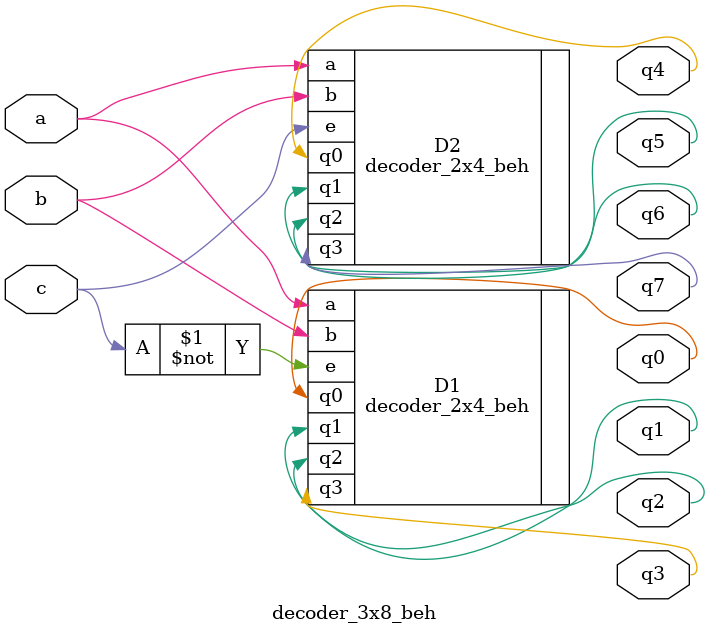
<source format=v>
`timescale 1ns / 1ps


module decoder_3x8_beh(
    input a, b, c,
    output q0, q1, q2, q3, q4, q5, q6, q7
    );
    
    decoder_2x4_beh D1(
        .a(a),
        .b(b),
        .e(~c),
        .q0(q0),
        .q1(q1),
        .q2(q2),
        .q3(q3)
    );
    
    decoder_2x4_beh D2(
        .a(a),
        .b(b),
        .e(c),
        .q0(q4),
        .q1(q5),
        .q2(q6),
        .q3(q7)
    );
endmodule

</source>
